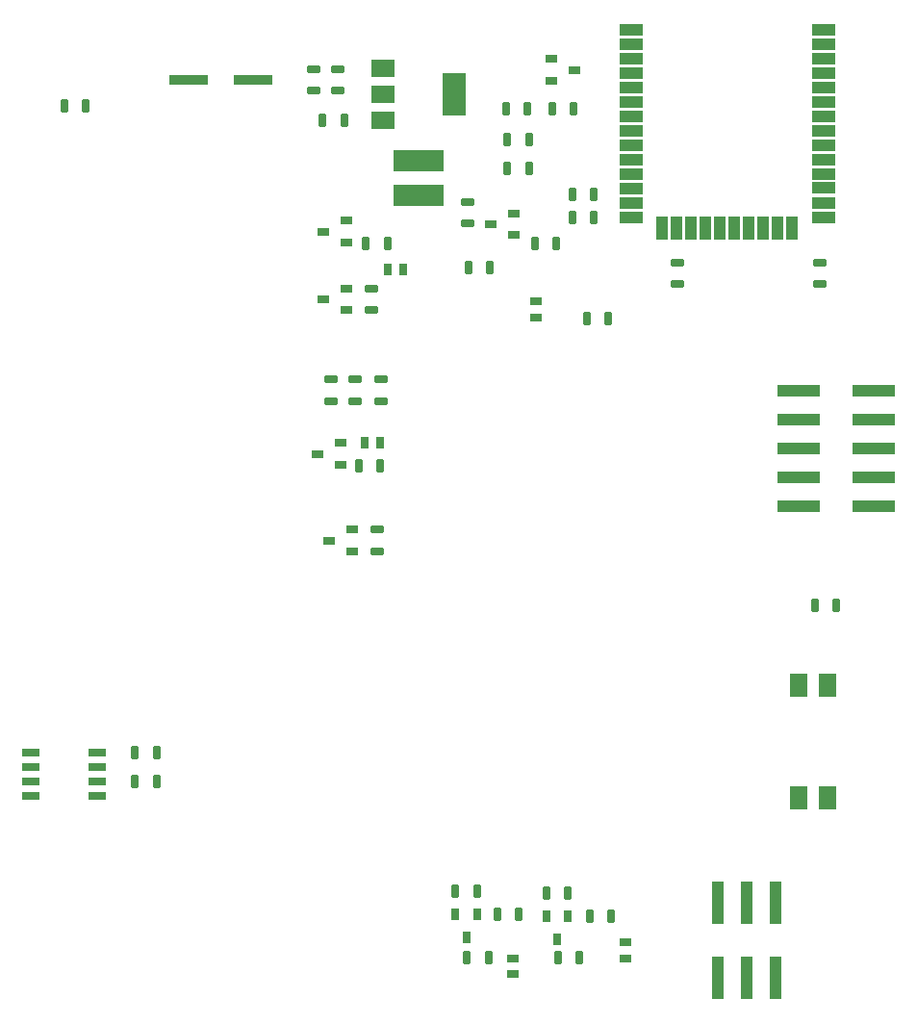
<source format=gtp>
G04*
G04 #@! TF.GenerationSoftware,Altium Limited,Altium Designer,21.0.8 (223)*
G04*
G04 Layer_Color=8421504*
%FSLAX24Y24*%
%MOIN*%
G70*
G04*
G04 #@! TF.SameCoordinates,97F8029C-931E-460D-85B7-1C51AEB28454*
G04*
G04*
G04 #@! TF.FilePolarity,Positive*
G04*
G01*
G75*
%ADD19R,0.0300X0.0400*%
%ADD20R,0.0800X0.0600*%
%ADD21R,0.0800X0.1500*%
%ADD22R,0.0591X0.0303*%
%ADD23R,0.1772X0.0748*%
G04:AMPARAMS|DCode=24|XSize=27.6mil|YSize=49.2mil|CornerRadius=6.9mil|HoleSize=0mil|Usage=FLASHONLY|Rotation=0.000|XOffset=0mil|YOffset=0mil|HoleType=Round|Shape=RoundedRectangle|*
%AMROUNDEDRECTD24*
21,1,0.0276,0.0354,0,0,0.0*
21,1,0.0138,0.0492,0,0,0.0*
1,1,0.0138,0.0069,-0.0177*
1,1,0.0138,-0.0069,-0.0177*
1,1,0.0138,-0.0069,0.0177*
1,1,0.0138,0.0069,0.0177*
%
%ADD24ROUNDEDRECTD24*%
%ADD25R,0.1358X0.0354*%
%ADD26R,0.0400X0.1500*%
%ADD27R,0.1500X0.0400*%
%ADD28R,0.0800X0.0390*%
%ADD29R,0.0390X0.0800*%
%ADD30R,0.0800X0.0400*%
%ADD31R,0.0600X0.0800*%
G04:AMPARAMS|DCode=32|XSize=27.6mil|YSize=49.2mil|CornerRadius=6.9mil|HoleSize=0mil|Usage=FLASHONLY|Rotation=270.000|XOffset=0mil|YOffset=0mil|HoleType=Round|Shape=RoundedRectangle|*
%AMROUNDEDRECTD32*
21,1,0.0276,0.0354,0,0,270.0*
21,1,0.0138,0.0492,0,0,270.0*
1,1,0.0138,-0.0177,-0.0069*
1,1,0.0138,-0.0177,0.0069*
1,1,0.0138,0.0177,0.0069*
1,1,0.0138,0.0177,-0.0069*
%
%ADD32ROUNDEDRECTD32*%
%ADD33R,0.0400X0.0285*%
%ADD34R,0.0400X0.0300*%
%ADD35R,0.0285X0.0400*%
D19*
X20700Y3000D02*
D03*
X21075Y3800D02*
D03*
X20325D02*
D03*
X23850Y2950D02*
D03*
X24225Y3750D02*
D03*
X23475D02*
D03*
D20*
X17825Y33106D02*
D03*
Y32200D02*
D03*
Y31294D02*
D03*
D21*
X20275Y32206D02*
D03*
D22*
X5600Y9400D02*
D03*
Y8900D02*
D03*
Y8400D02*
D03*
Y7900D02*
D03*
X7900D02*
D03*
Y8400D02*
D03*
Y8900D02*
D03*
Y9400D02*
D03*
D23*
X19050Y29910D02*
D03*
Y28690D02*
D03*
D24*
X21074Y4600D02*
D03*
X20326D02*
D03*
X9974Y9400D02*
D03*
X9226D02*
D03*
Y8400D02*
D03*
X9974D02*
D03*
X21524Y26200D02*
D03*
X20776D02*
D03*
X24876Y24450D02*
D03*
X25624D02*
D03*
X16474Y31300D02*
D03*
X15726D02*
D03*
X22824Y31700D02*
D03*
X22076D02*
D03*
X22126Y30650D02*
D03*
X22874D02*
D03*
Y29650D02*
D03*
X22126D02*
D03*
X6776Y31800D02*
D03*
X7524D02*
D03*
X17974Y27050D02*
D03*
X17226D02*
D03*
X17724Y19350D02*
D03*
X16976D02*
D03*
X23076Y27050D02*
D03*
X23824D02*
D03*
X23676Y31700D02*
D03*
X24424D02*
D03*
X24624Y2300D02*
D03*
X23876D02*
D03*
X25724Y3750D02*
D03*
X24976D02*
D03*
X25124Y28750D02*
D03*
X24376D02*
D03*
X24224Y4550D02*
D03*
X23476D02*
D03*
X25124Y27950D02*
D03*
X24376D02*
D03*
X21474Y2300D02*
D03*
X20726D02*
D03*
X32776Y14500D02*
D03*
X33524D02*
D03*
X22524Y3800D02*
D03*
X21776D02*
D03*
D25*
X13322Y32700D02*
D03*
X11078D02*
D03*
D26*
X31400Y4200D02*
D03*
X30400D02*
D03*
X29400D02*
D03*
X31400Y1600D02*
D03*
X30400D02*
D03*
X29400D02*
D03*
D27*
X34800Y17950D02*
D03*
Y18950D02*
D03*
Y19950D02*
D03*
Y20950D02*
D03*
Y21950D02*
D03*
X32200Y17950D02*
D03*
Y18950D02*
D03*
Y19950D02*
D03*
Y20950D02*
D03*
Y21950D02*
D03*
D28*
X26400Y27950D02*
D03*
Y28450D02*
D03*
Y28950D02*
D03*
Y29450D02*
D03*
Y29950D02*
D03*
Y30450D02*
D03*
Y30950D02*
D03*
Y31450D02*
D03*
Y31950D02*
D03*
Y32450D02*
D03*
Y32950D02*
D03*
Y33450D02*
D03*
Y33950D02*
D03*
Y34450D02*
D03*
X33093D02*
D03*
Y33950D02*
D03*
Y33450D02*
D03*
Y32950D02*
D03*
Y31950D02*
D03*
Y31450D02*
D03*
Y30950D02*
D03*
Y30450D02*
D03*
Y29950D02*
D03*
Y29450D02*
D03*
Y28958D02*
D03*
Y28450D02*
D03*
Y27950D02*
D03*
D29*
X28496Y27556D02*
D03*
X28996D02*
D03*
X29496Y27560D02*
D03*
X29996Y27556D02*
D03*
X30496D02*
D03*
X30996D02*
D03*
X31496D02*
D03*
X27496D02*
D03*
X27996D02*
D03*
X31996D02*
D03*
D30*
X33093Y32450D02*
D03*
D31*
X33200Y7850D02*
D03*
X32200D02*
D03*
Y11750D02*
D03*
X33200D02*
D03*
D32*
X16850Y22324D02*
D03*
Y21576D02*
D03*
X20750Y28474D02*
D03*
Y27726D02*
D03*
X17400Y24726D02*
D03*
Y25474D02*
D03*
X17600Y16376D02*
D03*
Y17124D02*
D03*
X16250Y32326D02*
D03*
Y33074D02*
D03*
X15400D02*
D03*
Y32326D02*
D03*
X17750Y22324D02*
D03*
Y21576D02*
D03*
X32950Y25626D02*
D03*
Y26374D02*
D03*
X16000Y21576D02*
D03*
Y22324D02*
D03*
X28000Y26374D02*
D03*
Y25626D02*
D03*
D33*
X22300Y2272D02*
D03*
Y1728D02*
D03*
X23100Y24478D02*
D03*
Y25022D02*
D03*
X26200Y2278D02*
D03*
Y2822D02*
D03*
D34*
X21550Y27700D02*
D03*
X22350Y27325D02*
D03*
Y28075D02*
D03*
X15750Y27450D02*
D03*
X16550Y27075D02*
D03*
Y27825D02*
D03*
X15550Y19750D02*
D03*
X16350Y19375D02*
D03*
Y20125D02*
D03*
X24450Y33050D02*
D03*
X23650Y33425D02*
D03*
Y32675D02*
D03*
X15750Y25100D02*
D03*
X16550Y24725D02*
D03*
Y25475D02*
D03*
X15950Y16750D02*
D03*
X16750Y16375D02*
D03*
Y17125D02*
D03*
D35*
X18522Y26150D02*
D03*
X17978D02*
D03*
X17178Y20150D02*
D03*
X17722D02*
D03*
M02*

</source>
